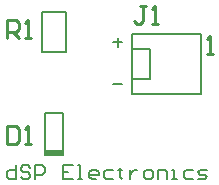
<source format=gto>
G04*
G04 #@! TF.GenerationSoftware,Altium Limited,Altium Designer,20.0.13 (296)*
G04*
G04 Layer_Color=65535*
%FSLAX25Y25*%
%MOIN*%
G70*
G01*
G75*
%ADD10C,0.00787*%
%ADD11C,0.01000*%
%ADD12R,0.06299X0.01575*%
D10*
X24803Y10236D02*
Y24016D01*
X18504D02*
X24803D01*
X18504Y10236D02*
Y24016D01*
Y10236D02*
X24803D01*
X70555Y30276D02*
Y50276D01*
X47555Y30276D02*
X70555D01*
X47555D02*
Y50276D01*
X70555D01*
X47555Y45276D02*
X53555D01*
Y35276D02*
Y45276D01*
X47555Y35276D02*
X53555D01*
X17717Y44488D02*
X25591D01*
X17717D02*
Y57874D01*
X25591D01*
Y44488D02*
Y57874D01*
X9054Y6691D02*
Y1969D01*
X6693D01*
X5906Y2756D01*
Y4330D01*
X6693Y5117D01*
X9054D01*
X13777Y5904D02*
X12990Y6691D01*
X11416D01*
X10628Y5904D01*
Y5117D01*
X11416Y4330D01*
X12990D01*
X13777Y3543D01*
Y2756D01*
X12990Y1969D01*
X11416D01*
X10628Y2756D01*
X15351Y1969D02*
Y6691D01*
X17713D01*
X18500Y5904D01*
Y4330D01*
X17713Y3543D01*
X15351D01*
X27946Y6691D02*
X24797D01*
Y1969D01*
X27946D01*
X24797Y4330D02*
X26371D01*
X29520Y1969D02*
X31094D01*
X30307D01*
Y6691D01*
X29520D01*
X35817Y1969D02*
X34243D01*
X33456Y2756D01*
Y4330D01*
X34243Y5117D01*
X35817D01*
X36604Y4330D01*
Y3543D01*
X33456D01*
X41327Y5117D02*
X38966D01*
X38179Y4330D01*
Y2756D01*
X38966Y1969D01*
X41327D01*
X43688Y5904D02*
Y5117D01*
X42901D01*
X44476D01*
X43688D01*
Y2756D01*
X44476Y1969D01*
X46837Y5117D02*
Y1969D01*
Y3543D01*
X47624Y4330D01*
X48411Y5117D01*
X49198D01*
X52347Y1969D02*
X53921D01*
X54708Y2756D01*
Y4330D01*
X53921Y5117D01*
X52347D01*
X51560Y4330D01*
Y2756D01*
X52347Y1969D01*
X56283D02*
Y5117D01*
X58644D01*
X59431Y4330D01*
Y1969D01*
X61006D02*
X62580D01*
X61793D01*
Y5117D01*
X61006D01*
X68090D02*
X65728D01*
X64941Y4330D01*
Y2756D01*
X65728Y1969D01*
X68090D01*
X69664D02*
X72026D01*
X72813Y2756D01*
X72026Y3543D01*
X70451D01*
X69664Y4330D01*
X70451Y5117D01*
X72813D01*
X41339Y33858D02*
X44487D01*
X41339Y47637D02*
X44487D01*
X42913Y49211D02*
Y46063D01*
D11*
X72555Y43776D02*
X74555D01*
X73555D01*
Y49774D01*
X72555Y48774D01*
X5906Y49213D02*
Y55211D01*
X8905D01*
X9904Y54211D01*
Y52212D01*
X8905Y51212D01*
X5906D01*
X7905D02*
X9904Y49213D01*
X11904D02*
X13903D01*
X12903D01*
Y55211D01*
X11904Y54211D01*
X52204Y59724D02*
X50204D01*
X51204D01*
Y54725D01*
X50204Y53726D01*
X49205D01*
X48205Y54725D01*
X54203Y53726D02*
X56203D01*
X55203D01*
Y59724D01*
X54203Y58724D01*
X5906Y19778D02*
Y13780D01*
X8905D01*
X9904Y14779D01*
Y18778D01*
X8905Y19778D01*
X5906D01*
X11904Y13780D02*
X13903D01*
X12903D01*
Y19778D01*
X11904Y18778D01*
D12*
X21654Y11024D02*
D03*
M02*

</source>
